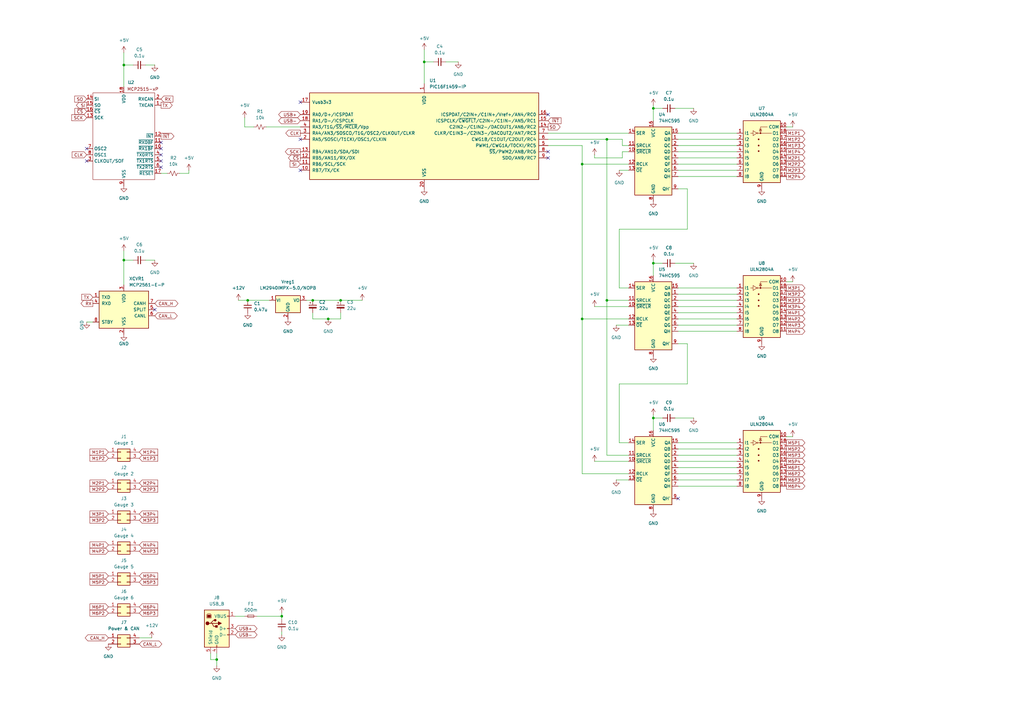
<source format=kicad_sch>
(kicad_sch (version 20250114) (generator "eeschema") (generator_version "9.0")
  (paper "A3")
  (junction (at 238.76 67.31))
  (junction (at 88.9 270.51))
  (junction (at 115.57 252.73))
  (junction (at 101.6 123.19))
  (junction (at 139.7 123.19))
  (junction (at 238.76 130.81))
  (junction (at 173.99 25.4))
  (junction (at 50.8 26.67))
  (junction (at 267.97 107.95))
  (junction (at 134.62 130.81))
  (junction (at 248.92 57.15))
  (junction (at 267.97 171.45))
  (junction (at 50.8 106.68))
  (junction (at 128.27 123.19))
  (junction (at 267.97 44.45))
  (junction (at 248.92 123.19))
  (no_connect (at 66.04 63.5))
  (no_connect (at 66.04 68.58))
  (no_connect (at 123.19 57.15))
  (no_connect (at 123.19 41.91))
  (no_connect (at 35.56 66.04))
  (no_connect (at 66.04 60.96))
  (no_connect (at 66.04 58.42))
  (no_connect (at 35.56 60.96))
  (no_connect (at 123.19 69.85))
  (no_connect (at 66.04 66.04))
  (no_connect (at 224.79 62.23))
  (no_connect (at 224.79 46.99))
  (no_connect (at 63.5 127))
  (no_connect (at 224.79 64.77))
  (no_connect (at 278.13 204.47))
  (wire (pts (xy 104.14 52.07) (xy 100.33 52.07)))
  (wire (pts (xy 278.13 59.69) (xy 302.26 59.69)))
  (wire (pts (xy 322.58 179.07) (xy 325.12 179.07)))
  (wire (pts (xy 50.8 26.67) (xy 54.61 26.67)))
  (wire (pts (xy 267.97 44.45) (xy 267.97 49.53)))
  (wire (pts (xy 50.8 106.68) (xy 50.8 116.84)))
  (wire (pts (xy 278.13 199.39) (xy 302.26 199.39)))
  (wire (pts (xy 243.84 125.73) (xy 257.81 125.73)))
  (wire (pts (xy 59.69 106.68) (xy 63.5 106.68)))
  (wire (pts (xy 134.62 130.81) (xy 139.7 130.81)))
  (wire (pts (xy 254 157.48) (xy 254 181.61)))
  (wire (pts (xy 96.52 252.73) (xy 100.33 252.73)))
  (wire (pts (xy 224.79 57.15) (xy 248.92 57.15)))
  (wire (pts (xy 267.97 44.45) (xy 271.78 44.45)))
  (wire (pts (xy 278.13 181.61) (xy 302.26 181.61)))
  (wire (pts (xy 238.76 67.31) (xy 238.76 130.81)))
  (wire (pts (xy 278.13 57.15) (xy 302.26 57.15)))
  (wire (pts (xy 267.97 107.95) (xy 271.78 107.95)))
  (wire (pts (xy 278.13 125.73) (xy 302.26 125.73)))
  (wire (pts (xy 115.57 251.46) (xy 115.57 252.73)))
  (wire (pts (xy 255.27 64.77) (xy 243.84 64.77)))
  (wire (pts (xy 278.13 67.31) (xy 302.26 67.31)))
  (wire (pts (xy 59.69 26.67) (xy 63.5 26.67)))
  (wire (pts (xy 248.92 57.15) (xy 248.92 123.19)))
  (wire (pts (xy 255.27 59.69) (xy 257.81 59.69)))
  (wire (pts (xy 255.27 57.15) (xy 255.27 59.69)))
  (wire (pts (xy 278.13 196.85) (xy 302.26 196.85)))
  (wire (pts (xy 248.92 186.69) (xy 257.81 186.69)))
  (wire (pts (xy 278.13 72.39) (xy 302.26 72.39)))
  (wire (pts (xy 105.41 252.73) (xy 115.57 252.73)))
  (wire (pts (xy 254 69.85) (xy 257.81 69.85)))
  (wire (pts (xy 267.97 170.18) (xy 267.97 171.45)))
  (wire (pts (xy 278.13 186.69) (xy 302.26 186.69)))
  (wire (pts (xy 267.97 43.18) (xy 267.97 44.45)))
  (wire (pts (xy 252.73 133.35) (xy 257.81 133.35)))
  (wire (pts (xy 139.7 130.81) (xy 139.7 128.27)))
  (wire (pts (xy 248.92 57.15) (xy 255.27 57.15)))
  (wire (pts (xy 278.13 123.19) (xy 302.26 123.19)))
  (wire (pts (xy 109.22 52.07) (xy 123.19 52.07)))
  (wire (pts (xy 248.92 123.19) (xy 248.92 186.69)))
  (wire (pts (xy 267.97 171.45) (xy 267.97 176.53)))
  (wire (pts (xy 128.27 130.81) (xy 134.62 130.81)))
  (wire (pts (xy 88.9 267.97) (xy 88.9 270.51)))
  (wire (pts (xy 238.76 130.81) (xy 238.76 194.31)))
  (wire (pts (xy 278.13 62.23) (xy 302.26 62.23)))
  (wire (pts (xy 278.13 140.97) (xy 281.94 140.97)))
  (wire (pts (xy 50.8 106.68) (xy 54.61 106.68)))
  (wire (pts (xy 238.76 67.31) (xy 257.81 67.31)))
  (wire (pts (xy 238.76 194.31) (xy 257.81 194.31)))
  (wire (pts (xy 128.27 128.27) (xy 128.27 130.81)))
  (wire (pts (xy 97.79 123.19) (xy 101.6 123.19)))
  (wire (pts (xy 278.13 184.15) (xy 302.26 184.15)))
  (wire (pts (xy 182.88 25.4) (xy 187.96 25.4)))
  (wire (pts (xy 281.94 93.98) (xy 254 93.98)))
  (wire (pts (xy 101.6 123.19) (xy 110.49 123.19)))
  (wire (pts (xy 267.97 106.68) (xy 267.97 107.95)))
  (wire (pts (xy 267.97 107.95) (xy 267.97 113.03)))
  (wire (pts (xy 86.36 270.51) (xy 88.9 270.51)))
  (wire (pts (xy 100.33 52.07) (xy 100.33 48.26)))
  (wire (pts (xy 281.94 77.47) (xy 281.94 93.98)))
  (wire (pts (xy 224.79 54.61) (xy 257.81 54.61)))
  (wire (pts (xy 173.99 25.4) (xy 173.99 34.29)))
  (wire (pts (xy 278.13 135.89) (xy 302.26 135.89)))
  (wire (pts (xy 278.13 128.27) (xy 302.26 128.27)))
  (wire (pts (xy 50.8 26.67) (xy 50.8 35.56)))
  (wire (pts (xy 257.81 62.23) (xy 255.27 62.23)))
  (wire (pts (xy 248.92 123.19) (xy 257.81 123.19)))
  (wire (pts (xy 115.57 252.73) (xy 115.57 254)))
  (wire (pts (xy 35.56 132.08) (xy 38.1 132.08)))
  (wire (pts (xy 278.13 194.31) (xy 302.26 194.31)))
  (wire (pts (xy 278.13 77.47) (xy 281.94 77.47)))
  (wire (pts (xy 148.59 123.19) (xy 139.7 123.19)))
  (wire (pts (xy 278.13 120.65) (xy 302.26 120.65)))
  (wire (pts (xy 77.47 71.12) (xy 77.47 69.85)))
  (wire (pts (xy 254 93.98) (xy 254 118.11)))
  (wire (pts (xy 139.7 123.19) (xy 128.27 123.19)))
  (wire (pts (xy 276.86 171.45) (xy 284.48 171.45)))
  (wire (pts (xy 278.13 118.11) (xy 302.26 118.11)))
  (wire (pts (xy 243.84 64.77) (xy 243.84 63.5)))
  (wire (pts (xy 73.66 71.12) (xy 77.47 71.12)))
  (wire (pts (xy 173.99 20.32) (xy 173.99 25.4)))
  (wire (pts (xy 115.57 259.08) (xy 115.57 260.35)))
  (wire (pts (xy 322.58 115.57) (xy 325.12 115.57)))
  (wire (pts (xy 238.76 59.69) (xy 238.76 67.31)))
  (wire (pts (xy 278.13 69.85) (xy 302.26 69.85)))
  (wire (pts (xy 278.13 191.77) (xy 302.26 191.77)))
  (wire (pts (xy 50.8 21.59) (xy 50.8 26.67)))
  (wire (pts (xy 254 118.11) (xy 257.81 118.11)))
  (wire (pts (xy 281.94 157.48) (xy 254 157.48)))
  (wire (pts (xy 66.04 71.12) (xy 68.58 71.12)))
  (wire (pts (xy 278.13 54.61) (xy 302.26 54.61)))
  (wire (pts (xy 281.94 140.97) (xy 281.94 157.48)))
  (wire (pts (xy 243.84 189.23) (xy 257.81 189.23)))
  (wire (pts (xy 88.9 270.51) (xy 88.9 273.05)))
  (wire (pts (xy 276.86 44.45) (xy 284.48 44.45)))
  (wire (pts (xy 238.76 130.81) (xy 257.81 130.81)))
  (wire (pts (xy 276.86 107.95) (xy 284.48 107.95)))
  (wire (pts (xy 278.13 133.35) (xy 302.26 133.35)))
  (wire (pts (xy 278.13 130.81) (xy 302.26 130.81)))
  (wire (pts (xy 252.73 196.85) (xy 257.81 196.85)))
  (wire (pts (xy 278.13 189.23) (xy 302.26 189.23)))
  (wire (pts (xy 50.8 102.87) (xy 50.8 106.68)))
  (wire (pts (xy 128.27 123.19) (xy 125.73 123.19)))
  (wire (pts (xy 173.99 25.4) (xy 177.8 25.4)))
  (wire (pts (xy 267.97 171.45) (xy 271.78 171.45)))
  (wire (pts (xy 278.13 64.77) (xy 302.26 64.77)))
  (wire (pts (xy 224.79 59.69) (xy 238.76 59.69)))
  (wire (pts (xy 86.36 267.97) (xy 86.36 270.51)))
  (wire (pts (xy 254 181.61) (xy 257.81 181.61)))
  (wire (pts (xy 322.58 52.07) (xy 325.12 52.07)))
  (wire (pts (xy 57.15 261.62) (xy 62.23 261.62)))
  (wire (pts (xy 255.27 62.23) (xy 255.27 64.77)))
  (global_label "M1P1" (shape input) (at 44.45 185.42 180) (property "Intersheetrefs" "${INTERSHEET_REFS}" (effects (hide yes))))
  (global_label "M5P1" (shape input) (at 44.45 236.22 180) (property "Intersheetrefs" "${INTERSHEET_REFS}" (effects (hide yes))))
  (global_label "M5P2" (shape output) (at 322.58 184.15 0) (property "Intersheetrefs" "${INTERSHEET_REFS}" (effects (hide yes))))
  (global_label "M1P2" (shape input) (at 44.45 187.96 180) (property "Intersheetrefs" "${INTERSHEET_REFS}" (effects (hide yes))))
  (global_label "USB-" (shape bidirectional) (at 96.52 260.35 0) (property "Intersheetrefs" "${INTERSHEET_REFS}" (effects (hide yes))))
  (global_label "M2P3" (shape input) (at 57.15 200.66 0) (property "Intersheetrefs" "${INTERSHEET_REFS}" (effects (hide yes))))
  (global_label "RX" (shape output) (at 38.1 124.46 180) (property "Intersheetrefs" "${INTERSHEET_REFS}" (effects (hide yes))))
  (global_label "M5P4" (shape output) (at 322.58 189.23 0) (property "Intersheetrefs" "${INTERSHEET_REFS}" (effects (hide yes))))
  (global_label "M6P1" (shape input) (at 44.45 248.92 180) (property "Intersheetrefs" "${INTERSHEET_REFS}" (effects (hide yes))))
  (global_label "M4P3" (shape output) (at 322.58 133.35 0) (property "Intersheetrefs" "${INTERSHEET_REFS}" (effects (hide yes))))
  (global_label "M5P2" (shape input) (at 44.45 238.76 180) (property "Intersheetrefs" "${INTERSHEET_REFS}" (effects (hide yes))))
  (global_label "M2P2" (shape input) (at 44.45 200.66 180) (property "Intersheetrefs" "${INTERSHEET_REFS}" (effects (hide yes))))
  (global_label "M1P1" (shape output) (at 322.58 54.61 0) (property "Intersheetrefs" "${INTERSHEET_REFS}" (effects (hide yes))))
  (global_label "M4P4" (shape input) (at 57.15 223.52 0) (property "Intersheetrefs" "${INTERSHEET_REFS}" (effects (hide yes))))
  (global_label "CLK" (shape input) (at 35.56 63.5 180) (property "Intersheetrefs" "${INTERSHEET_REFS}" (effects (hide yes))))
  (global_label "~{CS}" (shape output) (at 123.19 64.77 180) (property "Intersheetrefs" "${INTERSHEET_REFS}" (effects (hide yes))))
  (global_label "M6P3" (shape output) (at 322.58 196.85 0) (property "Intersheetrefs" "${INTERSHEET_REFS}" (effects (hide yes))))
  (global_label "CAN_L" (shape bidirectional) (at 63.5 129.54 0) (property "Intersheetrefs" "${INTERSHEET_REFS}" (effects (hide yes))))
  (global_label "USB+" (shape bidirectional) (at 123.19 46.99 180) (property "Intersheetrefs" "${INTERSHEET_REFS}" (effects (hide yes))))
  (global_label "M4P1" (shape input) (at 44.45 223.52 180) (property "Intersheetrefs" "${INTERSHEET_REFS}" (effects (hide yes))))
  (global_label "USB-" (shape bidirectional) (at 123.19 49.53 180) (property "Intersheetrefs" "${INTERSHEET_REFS}" (effects (hide yes))))
  (global_label "M4P2" (shape output) (at 322.58 130.81 0) (property "Intersheetrefs" "${INTERSHEET_REFS}" (effects (hide yes))))
  (global_label "M6P2" (shape input) (at 44.45 251.46 180) (property "Intersheetrefs" "${INTERSHEET_REFS}" (effects (hide yes))))
  (global_label "M2P4" (shape output) (at 322.58 72.39 0) (property "Intersheetrefs" "${INTERSHEET_REFS}" (effects (hide yes))))
  (global_label "M3P1" (shape output) (at 322.58 118.11 0) (property "Intersheetrefs" "${INTERSHEET_REFS}" (effects (hide yes))))
  (global_label "M4P4" (shape output) (at 322.58 135.89 0) (property "Intersheetrefs" "${INTERSHEET_REFS}" (effects (hide yes))))
  (global_label "M3P2" (shape input) (at 44.45 213.36 180) (property "Intersheetrefs" "${INTERSHEET_REFS}" (effects (hide yes))))
  (global_label "M2P4" (shape input) (at 57.15 198.12 0) (property "Intersheetrefs" "${INTERSHEET_REFS}" (effects (hide yes))))
  (global_label "M4P1" (shape output) (at 322.58 128.27 0) (property "Intersheetrefs" "${INTERSHEET_REFS}" (effects (hide yes))))
  (global_label "~{INT}" (shape input) (at 224.79 49.53 0) (property "Intersheetrefs" "${INTERSHEET_REFS}" (effects (hide yes))))
  (global_label "M6P4" (shape output) (at 322.58 199.39 0) (property "Intersheetrefs" "${INTERSHEET_REFS}" (effects (hide yes))))
  (global_label "M3P3" (shape output) (at 322.58 123.19 0) (property "Intersheetrefs" "${INTERSHEET_REFS}" (effects (hide yes))))
  (global_label "M5P1" (shape output) (at 322.58 181.61 0) (property "Intersheetrefs" "${INTERSHEET_REFS}" (effects (hide yes))))
  (global_label "M2P2" (shape output) (at 322.58 67.31 0) (property "Intersheetrefs" "${INTERSHEET_REFS}" (effects (hide yes))))
  (global_label "M6P1" (shape output) (at 322.58 191.77 0) (property "Intersheetrefs" "${INTERSHEET_REFS}" (effects (hide yes))))
  (global_label "~{CS}" (shape input) (at 35.56 45.72 180) (property "Intersheetrefs" "${INTERSHEET_REFS}" (effects (hide yes))))
  (global_label "RX" (shape input) (at 66.04 40.64 0) (property "Intersheetrefs" "${INTERSHEET_REFS}" (effects (hide yes))))
  (global_label "M4P2" (shape input) (at 44.45 226.06 180) (property "Intersheetrefs" "${INTERSHEET_REFS}" (effects (hide yes))))
  (global_label "M5P3" (shape output) (at 322.58 186.69 0) (property "Intersheetrefs" "${INTERSHEET_REFS}" (effects (hide yes))))
  (global_label "CAN_H" (shape bidirectional) (at 44.45 261.62 180) (property "Intersheetrefs" "${INTERSHEET_REFS}" (effects (hide yes))))
  (global_label "CLK" (shape output) (at 123.19 54.61 180) (property "Intersheetrefs" "${INTERSHEET_REFS}" (effects (hide yes))))
  (global_label "USB+" (shape bidirectional) (at 96.52 257.81 0) (property "Intersheetrefs" "${INTERSHEET_REFS}" (effects (hide yes))))
  (global_label "SO" (shape output) (at 224.79 52.07 0) (property "Intersheetrefs" "${INTERSHEET_REFS}" (effects (hide yes))))
  (global_label "M3P4" (shape input) (at 57.15 210.82 0) (property "Intersheetrefs" "${INTERSHEET_REFS}" (effects (hide yes))))
  (global_label "TX" (shape output) (at 66.04 43.18 0) (property "Intersheetrefs" "${INTERSHEET_REFS}" (effects (hide yes))))
  (global_label "M5P3" (shape input) (at 57.15 238.76 0) (property "Intersheetrefs" "${INTERSHEET_REFS}" (effects (hide yes))))
  (global_label "SO" (shape input) (at 35.56 40.64 180) (property "Intersheetrefs" "${INTERSHEET_REFS}" (effects (hide yes))))
  (global_label "CAN_L" (shape bidirectional) (at 57.15 264.16 0) (property "Intersheetrefs" "${INTERSHEET_REFS}" (effects (hide yes))))
  (global_label "M4P3" (shape input) (at 57.15 226.06 0) (property "Intersheetrefs" "${INTERSHEET_REFS}" (effects (hide yes))))
  (global_label "SCK" (shape output) (at 123.19 62.23 180) (property "Intersheetrefs" "${INTERSHEET_REFS}" (effects (hide yes))))
  (global_label "M1P3" (shape input) (at 57.15 187.96 0) (property "Intersheetrefs" "${INTERSHEET_REFS}" (effects (hide yes))))
  (global_label "M6P4" (shape input) (at 57.15 248.92 0) (property "Intersheetrefs" "${INTERSHEET_REFS}" (effects (hide yes))))
  (global_label "M1P3" (shape output) (at 322.58 59.69 0) (property "Intersheetrefs" "${INTERSHEET_REFS}" (effects (hide yes))))
  (global_label "M3P4" (shape output) (at 322.58 125.73 0) (property "Intersheetrefs" "${INTERSHEET_REFS}" (effects (hide yes))))
  (global_label "M1P4" (shape output) (at 322.58 62.23 0) (property "Intersheetrefs" "${INTERSHEET_REFS}" (effects (hide yes))))
  (global_label "CAN_H" (shape bidirectional) (at 63.5 124.46 0) (property "Intersheetrefs" "${INTERSHEET_REFS}" (effects (hide yes))))
  (global_label "TX" (shape input) (at 38.1 121.92 180) (property "Intersheetrefs" "${INTERSHEET_REFS}" (effects (hide yes))))
  (global_label "M2P3" (shape output) (at 322.58 69.85 0) (property "Intersheetrefs" "${INTERSHEET_REFS}" (effects (hide yes))))
  (global_label "M3P2" (shape output) (at 322.58 120.65 0) (property "Intersheetrefs" "${INTERSHEET_REFS}" (effects (hide yes))))
  (global_label "~{INT}" (shape output) (at 66.04 55.88 0) (property "Intersheetrefs" "${INTERSHEET_REFS}" (effects (hide yes))))
  (global_label "M6P2" (shape output) (at 322.58 194.31 0) (property "Intersheetrefs" "${INTERSHEET_REFS}" (effects (hide yes))))
  (global_label "M2P1" (shape input) (at 44.45 198.12 180) (property "Intersheetrefs" "${INTERSHEET_REFS}" (effects (hide yes))))
  (global_label "M6P3" (shape input) (at 57.15 251.46 0) (property "Intersheetrefs" "${INTERSHEET_REFS}" (effects (hide yes))))
  (global_label "M3P1" (shape input) (at 44.45 210.82 180) (property "Intersheetrefs" "${INTERSHEET_REFS}" (effects (hide yes))))
  (global_label "M1P2" (shape output) (at 322.58 57.15 0) (property "Intersheetrefs" "${INTERSHEET_REFS}" (effects (hide yes))))
  (global_label "M3P3" (shape input) (at 57.15 213.36 0) (property "Intersheetrefs" "${INTERSHEET_REFS}" (effects (hide yes))))
  (global_label "SI" (shape output) (at 35.56 43.18 180) (property "Intersheetrefs" "${INTERSHEET_REFS}" (effects (hide yes))))
  (global_label "M5P4" (shape input) (at 57.15 236.22 0) (property "Intersheetrefs" "${INTERSHEET_REFS}" (effects (hide yes))))
  (global_label "SCK" (shape input) (at 35.56 48.26 180) (property "Intersheetrefs" "${INTERSHEET_REFS}" (effects (hide yes))))
  (global_label "M2P1" (shape output) (at 322.58 64.77 0) (property "Intersheetrefs" "${INTERSHEET_REFS}" (effects (hide yes))))
  (global_label "M1P4" (shape input) (at 57.15 185.42 0) (property "Intersheetrefs" "${INTERSHEET_REFS}" (effects (hide yes))))
  (global_label "SI" (shape input) (at 123.19 67.31 180) (property "Intersheetrefs" "${INTERSHEET_REFS}" (effects (hide yes))))
  (symbol (lib_name "GND_9") (lib_id "power:GND") (at 284.48 107.95 0) (unit 1)
    (property "Reference" "#PWR023" (effects (hide yes)))
    (property "Value" "GND" (at 284.48 113.03 0))
    (property "Description" "Power symbol creates a global label with name \"GND\" , ground" (effects (hide yes)))
  )
  (symbol (lib_id "power:+5V") (at 50.8 102.87 0) (unit 1)
    (property "Reference" "#PWR0101" (effects (hide yes)))
    (property "Value" "+5V" (at 50.8 97.79 0))
  )
  (symbol (lib_id "Connector_Generic:Conn_02x02_Counter_Clockwise") (at 49.53 198.12 0) (unit 1)
    (property "Reference" "J2" (at 50.8 191.77 0))
    (property "Value" "Gauge 2" (at 50.8 194.31 0))
    (property "Footprint" "Connector_Molex:Molex_Mini-Fit_Jr_5569-04A2_2x02_P4.20mm_Horizontal" (effects (hide yes)))
    (property "Datasheet" "https://www.molex.com/en-us/products/part-detail/39301040?display=pdf" (effects (hide yes)))
    (property "Description" "Generic connector, double row, 02x02, counter clockwise pin numbering scheme (similar to DIP package numbering), script generated (kicad-library-utils/schlib/autogen/connector/)" (effects (hide yes)))
    (property "Digikey" "https://www.digikey.ca/en/products/detail/molex/0039301040/561079" (effects (hide yes)))
  )
  (symbol (lib_id "Transistor_Array:ULN2804A") (at 312.42 123.19 0) (unit 1)
    (property "Reference" "U8" (at 312.42 107.95 0))
    (property "Value" "ULN2804A" (at 312.42 110.49 0))
    (property "Footprint" "Package_DIP:DIP-18_W7.62mm" (effects (hide yes)))
    (property "Datasheet" "https://www.st.com/content/ccc/resource/technical/document/datasheet/e4/fa/1c/16/4e/39/49/04/CD00000179.pdf/files/CD00000179.pdf/jcr:content/translations/en.CD00000179.pdf" (effects (hide yes)))
    (property "Description" "Darlington Transistor Arrays, SOIC18/DIP18" (effects (hide yes)))
    (property "Digikey" "https://www.digikey.ca/en/products/detail/stmicroelectronics/ULN2804A/599594" (effects (hide yes)))
  )
  (symbol (lib_id "power:+5V") (at 148.59 123.19 0) (unit 1)
    (property "Reference" "#PWR0105" (effects (hide yes)))
    (property "Value" "+5V" (at 148.59 118.11 0))
  )
  (symbol (lib_id "Interface_CAN_LIN:MCP2561-E-P") (at 50.8 127 0) (unit 1)
    (property "Reference" "XCVR1" (at 52.9433 114.3 0) (effects (justify left)))
    (property "Value" "MCP2561-E-P" (at 52.9433 116.84 0) (effects (justify left)))
    (property "Footprint" "Package_DIP:DIP-8_W7.62mm" (effects (hide yes)))
    (property "Datasheet" "http://ww1.microchip.com/downloads/en/DeviceDoc/25167A.pdf" (effects (hide yes)))
    (property "Description" "High-Speed CAN Transceiver, 1Mbps, 5V supply, SPLIT pin, -40C to +125C, DIP-8" (effects (hide yes)))
  )
  (symbol (lib_name "GND_8") (lib_id "power:GND") (at 312.42 204.47 0) (unit 1)
    (property "Reference" "#PWR012" (effects (hide yes)))
    (property "Value" "GND" (at 312.42 209.55 0))
    (property "Description" "Power symbol creates a global label with name \"GND\" , ground" (effects (hide yes)))
  )
  (symbol (lib_id "power:GND") (at 35.56 132.08 0) (unit 1)
    (property "Reference" "#PWR0108" (effects (hide yes)))
    (property "Value" "GND" (at 34.29 133.35 90) (effects (justify bottom)))
  )
  (symbol (lib_id "Regulator_Linear:LM2937xT") (at 118.11 123.19 0) (unit 1)
    (property "Reference" "Vreg1" (at 118.11 115.57 0))
    (property "Value" "LM2940IMPX-5.0/NOPB" (at 118.11 118.11 0))
    (property "Footprint" "Package_TO_SOT_SMD:SOT-223" (effects (hide yes)))
    (property "Datasheet" "https://www.ti.com/general/docs/suppproductinfo.tsp?distId=10&gotoUrl=https%3A%2F%2Fwww.ti.com%2Flit%2Fgpn%2Flm2940-n" (effects (hide yes)))
    (property "Digikey" "https://www.digikey.ca/en/products/detail/texas-instruments/LM2940IMPX-5-0-NOPB/366985" (effects (hide yes)))
  )
  (symbol (lib_id "Device:R_Small_US") (at 106.68 52.07 90) (unit 1)
    (property "Reference" "R1" (at 106.68 45.72 90))
    (property "Value" "10k" (at 106.68 48.26 90))
    (property "Footprint" "Resistor_SMD:R_0402_1005Metric" (effects (hide yes)))
    (property "Datasheet" "https://industrial.panasonic.com/cdbs/www-data/pdf/RDA0000/AOA0000C304.pdf" (effects (hide yes)))
    (property "Description" "Resistor, small US symbol" (effects (hide yes)))
    (property "Digikey" "https://www.digikey.ca/en/products/detail/panasonic-electronic-components/ERJ-2RKF1002X/192073" (effects (hide yes)))
  )
  (symbol (lib_id "Device:C_Small") (at 101.6 125.73 0) (unit 1)
    (property "Reference" "C1" (at 104.14 124.4662 0) (effects (justify left)))
    (property "Value" "0.47u" (at 104.14 127.0062 0) (effects (justify left)))
    (property "Footprint" "Capacitor_SMD:C_0603_1608Metric" (effects (hide yes)))
    (property "Datasheet" "https://mm.digikey.com/Volume0/opasdata/d220001/medias/docus/41/CL10B474KA8VPNC_Spec.pdf" (effects (hide yes)))
    (property "Description" "Unpolarized capacitor, small symbol" (effects (hide yes)))
    (property "Digikey" "https://www.digikey.ca/en/products/detail/samsung-electro-mechanics/CL10B474KA8VPNC/5961099" (effects (hide yes)))
  )
  (symbol (lib_id "power:GND") (at 63.5 106.68 0) (unit 1)
    (property "Reference" "#PWR0102" (effects (hide yes)))
    (property "Value" "GND" (at 63.5 111.76 0))
  )
  (symbol (lib_name "GND_10") (lib_id "power:GND") (at 252.73 196.85 0) (unit 1)
    (property "Reference" "#PWR029" (effects (hide yes)))
    (property "Value" "GND" (at 252.73 201.93 0))
    (property "Description" "Power symbol creates a global label with name \"GND\" , ground" (effects (hide yes)))
  )
  (symbol (lib_id "Device:C_Small") (at 274.32 44.45 90) (unit 1)
    (property "Reference" "C7" (at 274.3263 38.1 90))
    (property "Value" "0.1u" (at 274.3263 40.64 90))
    (property "Footprint" "Capacitor_SMD:C_0402_1005Metric" (effects (hide yes)))
    (property "Datasheet" "https://search.murata.co.jp/Ceramy/image/img/A01X/G101/ENG/GCM155R71C104KA55-01.pdf" (effects (hide yes)))
    (property "Description" "Unpolarized capacitor, small symbol" (effects (hide yes)))
    (property "Digikey" "https://www.digikey.ca/en/products/detail/murata-electronics/GCM155R71C104KA55J/2591252" (effects (hide yes)))
  )
  (symbol (lib_name "GND_5") (lib_id "power:GND") (at 115.57 260.35 0) (unit 1)
    (property "Reference" "#PWR034" (effects (hide yes)))
    (property "Value" "GND" (at 115.57 265.43 0))
    (property "Description" "Power symbol creates a global label with name \"GND\" , ground" (effects (hide yes)))
  )
  (symbol (lib_id "symbols:MCP2515-xP") (at 50.8 55.88 0) (unit 1)
    (property "Reference" "U2" (at 52.324 33.782 0) (effects (justify left)))
    (property "Value" "~" (at 52.9433 34.29 0) (effects (justify left)))
    (property "Footprint" "Package_DIP:DIP-18_W7.62mm" (effects (hide yes)))
    (property "Datasheet" "https://ww1.microchip.com/downloads/aemDocuments/documents/APID/ProductDocuments/DataSheets/MCP2515-Family-Data-Sheet-DS20001801K.pdf" (effects (hide yes)))
    (property "Description" "CAN transceiver with SPI interface" (effects (hide yes)))
  )
  (symbol (lib_id "74xx:74HC595") (at 267.97 128.27 0) (unit 1)
    (property "Reference" "U5" (at 270.1133 110.49 0) (effects (justify left)))
    (property "Value" "74HC595" (at 270.1133 113.03 0) (effects (justify left)))
    (property "Footprint" "Package_DIP:DIP-16_W7.62mm" (effects (hide yes)))
    (property "Datasheet" "https://www.ti.com/general/docs/suppproductinfo.tsp?distId=10&gotoUrl=https%3A%2F%2Fwww.ti.com%2Flit%2Fgpn%2Fsn74hc595" (effects (hide yes)))
    (property "Description" "8-bit serial in/out Shift Register 3-State Outputs" (effects (hide yes)))
    (property "Digikey" "https://www.digikey.ca/en/products/detail/texas-instruments/SN74HC595N/277246?s=N4IgjCBcpgTAnBaIDGUBmBDANgZwKYA0IA9lANrgAMAHACx2wgC6xADgC5QgDKHATgEsAdgHMQAX2Jh4NeFFBpIWPEVIUQVFlJABaJsiUCArmrKRKAVm3Fd8w1BNmNEZhJ0HKuYQHY6ACxRLeGtWEAA2BRBBABNuXTAqCHYuSBAQYg4ATzZ8bkxcNHcgA" (effects (hide yes)))
  )
  (symbol (lib_id "Connector_Generic:Conn_02x02_Counter_Clockwise") (at 49.53 185.42 0) (unit 1)
    (property "Reference" "J1" (at 50.8 179.07 0))
    (property "Value" "Gauge 1" (at 50.8 181.61 0))
    (property "Footprint" "Connector_Molex:Molex_Mini-Fit_Jr_5569-04A2_2x02_P4.20mm_Horizontal" (effects (hide yes)))
    (property "Datasheet" "https://www.molex.com/en-us/products/part-detail/39301040?display=pdf" (effects (hide yes)))
    (property "Description" "Generic connector, double row, 02x02, counter clockwise pin numbering scheme (similar to DIP package numbering), script generated (kicad-library-utils/schlib/autogen/connector/)" (effects (hide yes)))
    (property "Digikey" "https://www.digikey.ca/en/products/detail/molex/0039301040/561079" (effects (hide yes)))
  )
  (symbol (lib_id "Device:C_Small") (at 180.34 25.4 90) (unit 1)
    (property "Reference" "C4" (at 180.3463 19.05 90))
    (property "Value" "0.1u" (at 180.3463 21.59 90))
    (property "Footprint" "Capacitor_SMD:C_0402_1005Metric" (effects (hide yes)))
    (property "Datasheet" "https://search.murata.co.jp/Ceramy/image/img/A01X/G101/ENG/GCM155R71C104KA55-01.pdf" (effects (hide yes)))
    (property "Description" "Unpolarized capacitor, small symbol" (effects (hide yes)))
    (property "Digikey" "https://www.digikey.ca/en/products/detail/murata-electronics/GCM155R71C104KA55J/2591252" (effects (hide yes)))
  )
  (symbol (lib_id "Connector_Generic:Conn_02x02_Counter_Clockwise") (at 49.53 248.92 0) (unit 1)
    (property "Reference" "J6" (at 50.8 242.57 0))
    (property "Value" "Gauge 6" (at 50.8 245.11 0))
    (property "Footprint" "Connector_Molex:Molex_Mini-Fit_Jr_5569-04A2_2x02_P4.20mm_Horizontal" (effects (hide yes)))
    (property "Datasheet" "https://www.molex.com/en-us/products/part-detail/39301040?display=pdf" (effects (hide yes)))
    (property "Description" "Generic connector, double row, 02x02, counter clockwise pin numbering scheme (similar to DIP package numbering), script generated (kicad-library-utils/schlib/autogen/connector/)" (effects (hide yes)))
    (property "Digikey" "https://www.digikey.ca/en/products/detail/molex/0039301040/561079" (effects (hide yes)))
  )
  (symbol (lib_id "power:GND") (at 50.8 137.16 0) (unit 1)
    (property "Reference" "#PWR0104" (effects (hide yes)))
    (property "Value" "GND" (at 50.8 140.97 0))
  )
  (symbol (lib_name "GND_6") (lib_id "power:GND") (at 312.42 77.47 0) (unit 1)
    (property "Reference" "#PWR010" (effects (hide yes)))
    (property "Value" "GND" (at 312.42 82.55 0))
    (property "Description" "Power symbol creates a global label with name \"GND\" , ground" (effects (hide yes)))
  )
  (symbol (lib_name "GND_9") (lib_id "power:GND") (at 284.48 44.45 0) (unit 1)
    (property "Reference" "#PWR017" (effects (hide yes)))
    (property "Value" "GND" (at 284.48 49.53 0))
    (property "Description" "Power symbol creates a global label with name \"GND\" , ground" (effects (hide yes)))
  )
  (symbol (lib_id "Connector:USB_B") (at 88.9 257.81 0) (unit 1)
    (property "Reference" "J8" (at 88.9 245.11 0))
    (property "Value" "USB_B" (at 88.9 247.65 0))
    (property "Footprint" "footprints:UJ2-BH-BL1-TH" (effects (hide yes)))
    (property "Datasheet" "https://www.cuidevices.com/product/resource/uj2-bh-th.pdf" (effects (hide yes)))
    (property "Description" "USB Type B connector" (effects (hide yes)))
    (property "Digikey" "https://www.digikey.ca/en/products/detail/same-sky-formerly-cui-devices/UJ2-BH-BL1-TH/6188083" (effects (hide yes)))
  )
  (symbol (lib_name "+5V_2") (lib_id "power:+5V") (at 173.99 20.32 0) (unit 1)
    (property "Reference" "#PWR05" (effects (hide yes)))
    (property "Value" "+5V" (at 173.99 15.748 0))
    (property "Description" "Power symbol creates a global label with name \"+5V\"" (effects (hide yes)))
  )
  (symbol (lib_id "Device:Fuse_Small") (at 102.87 252.73 0) (unit 1)
    (property "Reference" "F1" (at 102.87 247.65 0))
    (property "Value" "500m" (at 102.87 250.19 0))
    (property "Footprint" "Fuse:Fuse_0402_1005Metric" (effects (hide yes)))
    (property "Datasheet" "http://www.kamaya.co.jp/upload/products_pdf/kamaya_products(FMC)_english_20170203_122640.pdf" (effects (hide yes)))
    (property "Description" "Fuse, small symbol" (effects (hide yes)))
    (property "Digikey" "https://www.digikey.ca/en/products/detail/kamaya-inc/FMC10501WHTH/15181274" (effects (hide yes)))
  )
  (symbol (lib_name "GND_3") (lib_id "power:GND") (at 187.96 25.4 0) (unit 1)
    (property "Reference" "#PWR04" (effects (hide yes)))
    (property "Value" "GND" (at 187.96 30.48 0))
    (property "Description" "Power symbol creates a global label with name \"GND\" , ground" (effects (hide yes)))
  )
  (symbol (lib_id "MCU_Microchip_PIC16:PIC16F1459-IP") (at 173.99 52.07 0) (unit 1)
    (property "Reference" "U1" (at 176.1333 33.02 0) (effects (justify left)))
    (property "Value" "PIC16F1459-IP" (at 176.1333 35.56 0) (effects (justify left)))
    (property "Footprint" "Package_DIP:DIP-20_W7.62mm" (effects (hide yes)))
    (property "Datasheet" "http://ww1.microchip.com/downloads/en/DeviceDoc/41639A.pdf" (effects (hide yes)))
    (property "Description" "PIC16F1454, 8192W FLASH, 1024B SRAM, PDIP-20" (effects (hide yes)))
  )
  (symbol (lib_name "GND_5") (lib_id "power:GND") (at 44.45 264.16 0) (unit 1)
    (property "Reference" "#PWR09" (effects (hide yes)))
    (property "Value" "GND" (at 44.45 269.24 0))
    (property "Description" "Power symbol creates a global label with name \"GND\" , ground" (effects (hide yes)))
  )
  (symbol (lib_name "+5V_7") (lib_id "power:+5V") (at 267.97 106.68 0) (unit 1)
    (property "Reference" "#PWR021" (effects (hide yes)))
    (property "Value" "+5V" (at 267.97 101.6 0))
    (property "Description" "Power symbol creates a global label with name \"+5V\"" (effects (hide yes)))
  )
  (symbol (lib_id "Device:C_Small") (at 57.15 106.68 90) (unit 1)
    (property "Reference" "C6" (at 57.1563 100.33 90))
    (property "Value" "0.1u" (at 57.1563 102.87 90))
    (property "Footprint" "Capacitor_SMD:C_0402_1005Metric" (effects (hide yes)))
    (property "Datasheet" "https://search.murata.co.jp/Ceramy/image/img/A01X/G101/ENG/GCM155R71C104KA55-01.pdf" (effects (hide yes)))
    (property "Description" "Unpolarized capacitor, small symbol" (effects (hide yes)))
    (property "Digikey" "https://www.digikey.ca/en/products/detail/murata-electronics/GCM155R71C104KA55J/2591252" (effects (hide yes)))
  )
  (symbol (lib_name "+5V_7") (lib_id "power:+5V") (at 267.97 170.18 0) (unit 1)
    (property "Reference" "#PWR025" (effects (hide yes)))
    (property "Value" "+5V" (at 267.97 165.1 0))
    (property "Description" "Power symbol creates a global label with name \"+5V\"" (effects (hide yes)))
  )
  (symbol (lib_id "Device:C_Small") (at 274.32 107.95 90) (unit 1)
    (property "Reference" "C8" (at 274.3263 101.6 90))
    (property "Value" "0.1u" (at 274.3263 104.14 90))
    (property "Footprint" "Capacitor_SMD:C_0402_1005Metric" (effects (hide yes)))
    (property "Datasheet" "https://search.murata.co.jp/Ceramy/image/img/A01X/G101/ENG/GCM155R71C104KA55-01.pdf" (effects (hide yes)))
    (property "Description" "Unpolarized capacitor, small symbol" (effects (hide yes)))
    (property "Digikey" "https://www.digikey.ca/en/products/detail/murata-electronics/GCM155R71C104KA55J/2591252" (effects (hide yes)))
  )
  (symbol (lib_name "+5V_1") (lib_id "power:+5V") (at 100.33 48.26 0) (unit 1)
    (property "Reference" "#PWR031" (effects (hide yes)))
    (property "Value" "+5V" (at 100.33 43.18 0))
    (property "Description" "Power symbol creates a global label with name \"+5V\"" (effects (hide yes)))
  )
  (symbol (lib_name "GND_5") (lib_id "power:GND") (at 88.9 273.05 0) (unit 1)
    (property "Reference" "#PWR033" (effects (hide yes)))
    (property "Value" "GND" (at 88.9 278.13 0))
    (property "Description" "Power symbol creates a global label with name \"GND\" , ground" (effects (hide yes)))
  )
  (symbol (lib_id "power:+12V") (at 97.79 123.19 0) (unit 1)
    (property "Reference" "#PWR0106" (effects (hide yes)))
    (property "Value" "+12V" (at 97.79 118.11 0))
  )
  (symbol (lib_id "Device:R_Small_US") (at 71.12 71.12 90) (unit 1)
    (property "Reference" "R2" (at 71.12 64.77 90))
    (property "Value" "10k" (at 71.12 67.31 90))
    (property "Footprint" "Resistor_SMD:R_0402_1005Metric" (effects (hide yes)))
    (property "Datasheet" "https://industrial.panasonic.com/cdbs/www-data/pdf/RDA0000/AOA0000C304.pdf" (effects (hide yes)))
    (property "Description" "Resistor, small US symbol" (effects (hide yes)))
    (property "Digikey" "https://www.digikey.ca/en/products/detail/panasonic-electronic-components/ERJ-2RKF1002X/192073" (effects (hide yes)))
  )
  (symbol (lib_name "+5V_8") (lib_id "power:+5V") (at 243.84 125.73 0) (unit 1)
    (property "Reference" "#PWR024" (effects (hide yes)))
    (property "Value" "+5V" (at 243.84 120.65 0))
    (property "Description" "Power symbol creates a global label with name \"+5V\"" (effects (hide yes)))
  )
  (symbol (lib_name "GND_2") (lib_id "power:GND") (at 173.99 77.47 0) (unit 1)
    (property "Reference" "#PWR06" (effects (hide yes)))
    (property "Value" "GND" (at 173.99 82.55 0))
    (property "Description" "Power symbol creates a global label with name \"GND\" , ground" (effects (hide yes)))
  )
  (symbol (lib_name "GND_9") (lib_id "power:GND") (at 284.48 171.45 0) (unit 1)
    (property "Reference" "#PWR027" (effects (hide yes)))
    (property "Value" "GND" (at 284.48 176.53 0))
    (property "Description" "Power symbol creates a global label with name \"GND\" , ground" (effects (hide yes)))
  )
  (symbol (lib_name "GND_4") (lib_id "power:GND") (at 101.6 128.27 0) (unit 1)
    (property "Reference" "#PWR032" (effects (hide yes)))
    (property "Value" "GND" (at 101.6 133.35 0))
    (property "Description" "Power symbol creates a global label with name \"GND\" , ground" (effects (hide yes)))
  )
  (symbol (lib_name "GND_10") (lib_id "power:GND") (at 254 69.85 0) (unit 1)
    (property "Reference" "#PWR020" (effects (hide yes)))
    (property "Value" "GND" (at 254 74.93 0))
    (property "Description" "Power symbol creates a global label with name \"GND\" , ground" (effects (hide yes)))
  )
  (symbol (lib_name "+5V_1") (lib_id "power:+5V") (at 50.8 21.59 0) (unit 1)
    (property "Reference" "#PWR01" (effects (hide yes)))
    (property "Value" "+5V" (at 50.8 16.51 0))
    (property "Description" "Power symbol creates a global label with name \"+5V\"" (effects (hide yes)))
  )
  (symbol (lib_name "GND_7") (lib_id "power:GND") (at 312.42 140.97 0) (unit 1)
    (property "Reference" "#PWR011" (effects (hide yes)))
    (property "Value" "GND" (at 312.42 146.05 0))
    (property "Description" "Power symbol creates a global label with name \"GND\" , ground" (effects (hide yes)))
  )
  (symbol (lib_id "power:GND") (at 134.62 130.81 0) (unit 1)
    (property "Reference" "#PWR0110" (effects (hide yes)))
    (property "Value" "GND" (at 134.62 135.89 0))
  )
  (symbol (lib_id "power:+5V") (at 115.57 251.46 0) (unit 1)
    (property "Reference" "#PWR0109" (effects (hide yes)))
    (property "Value" "+5V" (at 115.57 246.38 0))
  )
  (symbol (lib_id "power:GND") (at 118.11 130.81 0) (unit 1)
    (property "Reference" "#PWR0107" (effects (hide yes)))
    (property "Value" "GND" (at 118.11 135.89 0))
  )
  (symbol (lib_name "GND_9") (lib_id "power:GND") (at 267.97 82.55 0) (unit 1)
    (property "Reference" "#PWR018" (effects (hide yes)))
    (property "Value" "GND" (at 267.97 87.63 0))
    (property "Description" "Power symbol creates a global label with name \"GND\" , ground" (effects (hide yes)))
  )
  (symbol (lib_name "+5V_4") (lib_id "power:+5V") (at 325.12 52.07 0) (unit 1)
    (property "Reference" "#PWR013" (effects (hide yes)))
    (property "Value" "+5V" (at 325.12 46.99 0))
    (property "Description" "Power symbol creates a global label with name \"+5V\"" (effects (hide yes)))
  )
  (symbol (lib_name "+5V_7") (lib_id "power:+5V") (at 267.97 43.18 0) (unit 1)
    (property "Reference" "#PWR016" (effects (hide yes)))
    (property "Value" "+5V" (at 267.97 38.1 0))
    (property "Description" "Power symbol creates a global label with name \"+5V\"" (effects (hide yes)))
  )
  (symbol (lib_name "+5V_8") (lib_id "power:+5V") (at 243.84 189.23 0) (unit 1)
    (property "Reference" "#PWR030" (effects (hide yes)))
    (property "Value" "+5V" (at 243.84 184.15 0))
    (property "Description" "Power symbol creates a global label with name \"+5V\"" (effects (hide yes)))
  )
  (symbol (lib_id "Connector_Generic:Conn_02x02_Counter_Clockwise") (at 49.53 236.22 0) (unit 1)
    (property "Reference" "J5" (at 50.8 229.87 0))
    (property "Value" "Gauge 5" (at 50.8 232.41 0))
    (property "Footprint" "Connector_Molex:Molex_Mini-Fit_Jr_5569-04A2_2x02_P4.20mm_Horizontal" (effects (hide yes)))
    (property "Datasheet" "https://www.molex.com/en-us/products/part-detail/39301040?display=pdf" (effects (hide yes)))
    (property "Description" "Generic connector, double row, 02x02, counter clockwise pin numbering scheme (similar to DIP package numbering), script generated (kicad-library-utils/schlib/autogen/connector/)" (effects (hide yes)))
    (property "Digikey" "https://www.digikey.ca/en/products/detail/molex/0039301040/561079" (effects (hide yes)))
  )
  (symbol (lib_id "Connector_Generic:Conn_02x02_Counter_Clockwise") (at 49.53 223.52 0) (unit 1)
    (property "Reference" "J4" (at 50.8 217.17 0))
    (property "Value" "Gauge 4" (at 50.8 219.71 0))
    (property "Footprint" "Connector_Molex:Molex_Mini-Fit_Jr_5569-04A2_2x02_P4.20mm_Horizontal" (effects (hide yes)))
    (property "Datasheet" "https://www.molex.com/en-us/products/part-detail/39301040?display=pdf" (effects (hide yes)))
    (property "Description" "Generic connector, double row, 02x02, counter clockwise pin numbering scheme (similar to DIP package numbering), script generated (kicad-library-utils/schlib/autogen/connector/)" (effects (hide yes)))
    (property "Digikey" "https://www.digikey.ca/en/products/detail/molex/0039301040/561079" (effects (hide yes)))
  )
  (symbol (lib_name "GND_2") (lib_id "power:GND") (at 50.8 76.2 0) (unit 1)
    (property "Reference" "#PWR03" (effects (hide yes)))
    (property "Value" "GND" (at 50.8 81.28 0))
    (property "Description" "Power symbol creates a global label with name \"GND\" , ground" (effects (hide yes)))
  )
  (symbol (lib_name "GND_10") (lib_id "power:GND") (at 252.73 133.35 0) (unit 1)
    (property "Reference" "#PWR028" (effects (hide yes)))
    (property "Value" "GND" (at 252.73 138.43 0))
    (property "Description" "Power symbol creates a global label with name \"GND\" , ground" (effects (hide yes)))
  )
  (symbol (lib_name "GND_9") (lib_id "power:GND") (at 267.97 209.55 0) (unit 1)
    (property "Reference" "#PWR026" (effects (hide yes)))
    (property "Value" "GND" (at 267.97 214.63 0))
    (property "Description" "Power symbol creates a global label with name \"GND\" , ground" (effects (hide yes)))
  )
  (symbol (lib_name "+12V_1") (lib_id "power:+12V") (at 62.23 261.62 0) (unit 1)
    (property "Reference" "#PWR08" (effects (hide yes)))
    (property "Value" "+12V" (at 62.23 256.54 0))
    (property "Description" "Power symbol creates a global label with name \"+12V\"" (effects (hide yes)))
  )
  (symbol (lib_name "GND_9") (lib_id "power:GND") (at 267.97 146.05 0) (unit 1)
    (property "Reference" "#PWR022" (effects (hide yes)))
    (property "Value" "GND" (at 267.97 151.13 0))
    (property "Description" "Power symbol creates a global label with name \"GND\" , ground" (effects (hide yes)))
  )
  (symbol (lib_name "+5V_8") (lib_id "power:+5V") (at 243.84 63.5 0) (unit 1)
    (property "Reference" "#PWR019" (effects (hide yes)))
    (property "Value" "+5V" (at 243.84 58.42 0))
    (property "Description" "Power symbol creates a global label with name \"+5V\"" (effects (hide yes)))
  )
  (symbol (lib_name "+5V_6") (lib_id "power:+5V") (at 325.12 179.07 0) (unit 1)
    (property "Reference" "#PWR015" (effects (hide yes)))
    (property "Value" "+5V" (at 325.12 173.99 0))
    (property "Description" "Power symbol creates a global label with name \"+5V\"" (effects (hide yes)))
  )
  (symbol (lib_id "74xx:74HC595") (at 267.97 64.77 0) (unit 1)
    (property "Reference" "U4" (at 270.1133 46.99 0) (effects (justify left)))
    (property "Value" "74HC595" (at 270.1133 49.53 0) (effects (justify left)))
    (property "Footprint" "Package_DIP:DIP-16_W7.62mm" (effects (hide yes)))
    (property "Datasheet" "https://www.ti.com/general/docs/suppproductinfo.tsp?distId=10&gotoUrl=https%3A%2F%2Fwww.ti.com%2Flit%2Fgpn%2Fsn74hc595" (effects (hide yes)))
    (property "Description" "8-bit serial in/out Shift Register 3-State Outputs" (effects (hide yes)))
    (property "Digikey" "https://www.digikey.ca/en/products/detail/texas-instruments/SN74HC595N/277246?s=N4IgjCBcpgTAnBaIDGUBmBDANgZwKYA0IA9lANrgAMAHACx2wgC6xADgC5QgDKHATgEsAdgHMQAX2Jh4NeFFBpIWPEVIUQVFlJABaJsiUCArmrKRKAVm3Fd8w1BNmNEZhJ0HKuYQHY6ACxRLeGtWEAA2BRBBABNuXTAqCHYuSBAQYg4ATzZ8bkxcNHcgA" (effects (hide yes)))
  )
  (symbol (lib_name "GND_1") (lib_id "power:GND") (at 63.5 26.67 0) (unit 1)
    (property "Reference" "#PWR02" (effects (hide yes)))
    (property "Value" "GND" (at 63.5 31.75 0))
    (property "Description" "Power symbol creates a global label with name \"GND\" , ground" (effects (hide yes)))
  )
  (symbol (lib_id "74xx:74HC595") (at 267.97 191.77 0) (unit 1)
    (property "Reference" "U6" (at 270.1133 173.99 0) (effects (justify left)))
    (property "Value" "74HC595" (at 270.1133 176.53 0) (effects (justify left)))
    (property "Footprint" "Package_DIP:DIP-16_W7.62mm" (effects (hide yes)))
    (property "Datasheet" "https://www.ti.com/general/docs/suppproductinfo.tsp?distId=10&gotoUrl=https%3A%2F%2Fwww.ti.com%2Flit%2Fgpn%2Fsn74hc595" (effects (hide yes)))
    (property "Description" "8-bit serial in/out Shift Register 3-State Outputs" (effects (hide yes)))
    (property "Digikey" "https://www.digikey.ca/en/products/detail/texas-instruments/SN74HC595N/277246?s=N4IgjCBcpgTAnBaIDGUBmBDANgZwKYA0IA9lANrgAMAHACx2wgC6xADgC5QgDKHATgEsAdgHMQAX2Jh4NeFFBpIWPEVIUQVFlJABaJsiUCArmrKRKAVm3Fd8w1BNmNEZhJ0HKuYQHY6ACxRLeGtWEAA2BRBBABNuXTAqCHYuSBAQYg4ATzZ8bkxcNHcgA" (effects (hide yes)))
  )
  (symbol (lib_id "Device:C_Polarized_Small") (at 128.27 125.73 0) (unit 1)
    (property "Reference" "C2" (at 130.81 123.9138 0) (effects (justify left)))
    (property "Value" "22u" (at 130.81 126.4538 0) (effects (justify left)))
    (property "Footprint" "Capacitor_Tantalum_SMD:CP_EIA-6032-28_Kemet-C" (effects (hide yes)))
    (property "Datasheet" "https://datasheets.kyocera-avx.com/TAJ_AUTO.pdf" (effects (hide yes)))
    (property "Description" "Polarized capacitor, small symbol" (effects (hide yes)))
    (property "ESR" "1 Ohm" (effects (hide yes)))
    (property "Digikey" "https://www.digikey.ca/en/products/detail/kyocera-avx/TAJC226M016TNJ/11206808" (effects (hide yes)))
  )
  (symbol (lib_id "Connector_Generic:Conn_02x02_Counter_Clockwise") (at 49.53 210.82 0) (unit 1)
    (property "Reference" "J3" (at 50.8 204.47 0))
    (property "Value" "Gauge 3" (at 50.8 207.01 0))
    (property "Footprint" "Connector_Molex:Molex_Mini-Fit_Jr_5569-04A2_2x02_P4.20mm_Horizontal" (effects (hide yes)))
    (property "Datasheet" "https://www.molex.com/en-us/products/part-detail/39301040?display=pdf" (effects (hide yes)))
    (property "Description" "Generic connector, double row, 02x02, counter clockwise pin numbering scheme (similar to DIP package numbering), script generated (kicad-library-utils/schlib/autogen/connector/)" (effects (hide yes)))
    (property "Digikey" "https://www.digikey.ca/en/products/detail/molex/0039301040/561079" (effects (hide yes)))
  )
  (symbol (lib_id "Device:C_Small") (at 274.32 171.45 90) (unit 1)
    (property "Reference" "C9" (at 274.3263 165.1 90))
    (property "Value" "0.1u" (at 274.3263 167.64 90))
    (property "Footprint" "Capacitor_SMD:C_0402_1005Metric" (effects (hide yes)))
    (property "Datasheet" "https://search.murata.co.jp/Ceramy/image/img/A01X/G101/ENG/GCM155R71C104KA55-01.pdf" (effects (hide yes)))
    (property "Description" "Unpolarized capacitor, small symbol" (effects (hide yes)))
    (property "Digikey" "https://www.digikey.ca/en/products/detail/murata-electronics/GCM155R71C104KA55J/2591252" (effects (hide yes)))
  )
  (symbol (lib_id "Connector_Generic:Conn_02x02_Counter_Clockwise") (at 49.53 261.62 0) (unit 1)
    (property "Reference" "J7" (at 50.8 255.27 0))
    (property "Value" "Power & CAN" (at 50.8 257.81 0))
    (property "Footprint" "Connector_Molex:Molex_Mini-Fit_Jr_5569-04A2_2x02_P4.20mm_Horizontal" (effects (hide yes)))
    (property "Datasheet" "https://www.molex.com/en-us/products/part-detail/39301040?display=pdf" (effects (hide yes)))
    (property "Description" "Generic connector, double row, 02x02, counter clockwise pin numbering scheme (similar to DIP package numbering), script generated (kicad-library-utils/schlib/autogen/connector/)" (effects (hide yes)))
    (property "Digikey" "https://www.digikey.ca/en/products/detail/molex/0039301040/561079" (effects (hide yes)))
  )
  (symbol (lib_id "Device:C_Polarized_Small") (at 139.7 125.73 0) (unit 1)
    (property "Reference" "C3" (at 142.24 123.9138 0) (effects (justify left)))
    (property "Value" "22u" (at 142.24 126.4538 0) (effects (justify left)))
    (property "Footprint" "Capacitor_Tantalum_SMD:CP_EIA-6032-28_Kemet-C" (effects (hide yes)))
    (property "Datasheet" "https://datasheets.kyocera-avx.com/TAJ_AUTO.pdf" (effects (hide yes)))
    (property "Description" "Polarized capacitor, small symbol" (effects (hide yes)))
    (property "ESR" "1 Ohm" (effects (hide yes)))
    (property "Digikey" "https://www.digikey.ca/en/products/detail/kyocera-avx/TAJC226M016TNJ/11206808" (effects (hide yes)))
  )
  (symbol (lib_id "Device:C_Small") (at 57.15 26.67 90) (unit 1)
    (property "Reference" "C5" (at 57.1563 20.32 90))
    (property "Value" "0.1u" (at 57.1563 22.86 90))
    (property "Footprint" "Capacitor_SMD:C_0402_1005Metric" (effects (hide yes)))
    (property "Datasheet" "https://search.murata.co.jp/Ceramy/image/img/A01X/G101/ENG/GCM155R71C104KA55-01.pdf" (effects (hide yes)))
    (property "Description" "Unpolarized capacitor, small symbol" (effects (hide yes)))
    (property "Digikey" "https://www.digikey.ca/en/products/detail/murata-electronics/GCM155R71C104KA55J/2591252" (effects (hide yes)))
  )
  (symbol (lib_name "+5V_5") (lib_id "power:+5V") (at 325.12 115.57 0) (unit 1)
    (property "Reference" "#PWR014" (effects (hide yes)))
    (property "Value" "+5V" (at 325.12 110.49 0))
    (property "Description" "Power symbol creates a global label with name \"+5V\"" (effects (hide yes)))
  )
  (symbol (lib_id "Device:C_Small") (at 115.57 256.54 180) (unit 1)
    (property "Reference" "C10" (at 118.11 255.2635 0) (effects (justify right)))
    (property "Value" "0.1u" (at 118.11 257.8035 0) (effects (justify right)))
    (property "Footprint" "Capacitor_SMD:C_0402_1005Metric" (effects (hide yes)))
    (property "Datasheet" "https://search.murata.co.jp/Ceramy/image/img/A01X/G101/ENG/GCM155R71C104KA55-01.pdf" (effects (hide yes)))
    (property "Description" "Unpolarized capacitor, small symbol" (effects (hide yes)))
    (property "Digikey" "https://www.digikey.ca/en/products/detail/murata-electronics/GCM155R71C104KA55J/2591252" (effects (hide yes)))
  )
  (symbol (lib_name "+5V_3") (lib_id "power:+5V") (at 77.47 69.85 0) (unit 1)
    (property "Reference" "#PWR07" (effects (hide yes)))
    (property "Value" "+5V" (at 77.47 64.77 0))
    (property "Description" "Power symbol creates a global label with name \"+5V\"" (effects (hide yes)))
  )
  (symbol (lib_id "Transistor_Array:ULN2804A") (at 312.42 59.69 0) (unit 1)
    (property "Reference" "U7" (at 312.42 44.45 0))
    (property "Value" "ULN2804A" (at 312.42 46.99 0))
    (property "Footprint" "Package_DIP:DIP-18_W7.62mm" (effects (hide yes)))
    (property "Datasheet" "https://www.st.com/content/ccc/resource/technical/document/datasheet/e4/fa/1c/16/4e/39/49/04/CD00000179.pdf/files/CD00000179.pdf/jcr:content/translations/en.CD00000179.pdf" (effects (hide yes)))
    (property "Description" "Darlington Transistor Arrays, SOIC18/DIP18" (effects (hide yes)))
    (property "Digikey" "https://www.digikey.ca/en/products/detail/stmicroelectronics/ULN2804A/599594" (effects (hide yes)))
  )
  (symbol (lib_id "Transistor_Array:ULN2804A") (at 312.42 186.69 0) (unit 1)
    (property "Reference" "U9" (at 312.42 171.45 0))
    (property "Value" "ULN2804A" (at 312.42 173.99 0))
    (property "Footprint" "Package_DIP:DIP-18_W7.62mm" (effects (hide yes)))
    (property "Datasheet" "https://www.st.com/content/ccc/resource/technical/document/datasheet/e4/fa/1c/16/4e/39/49/04/CD00000179.pdf/files/CD00000179.pdf/jcr:content/translations/en.CD00000179.pdf" (effects (hide yes)))
    (property "Description" "Darlington Transistor Arrays, SOIC18/DIP18" (effects (hide yes)))
    (property "Digikey" "https://www.digikey.ca/en/products/detail/stmicroelectronics/ULN2804A/599594" (effects (hide yes)))
  )
)
</source>
